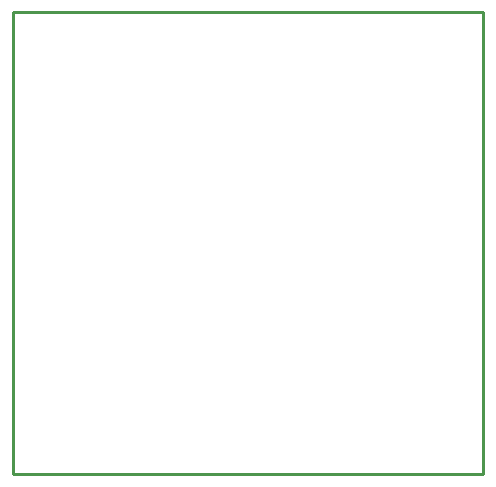
<source format=gko>
%FSLAX24Y24*%
%MOIN*%
G70*
G01*
G75*
G04 Layer_Color=32896*
%ADD10C,0.0150*%
%ADD11C,0.0200*%
%ADD12C,0.0120*%
%ADD13R,0.0394X0.0394*%
%ADD14R,0.0472X0.0768*%
%ADD15R,0.0374X0.0394*%
%ADD16R,0.0394X0.0394*%
%ADD17R,0.0512X0.0276*%
G04:AMPARAMS|DCode=18|XSize=94.5mil|YSize=59.1mil|CornerRadius=14.8mil|HoleSize=0mil|Usage=FLASHONLY|Rotation=0.000|XOffset=0mil|YOffset=0mil|HoleType=Round|Shape=RoundedRectangle|*
%AMROUNDEDRECTD18*
21,1,0.0945,0.0295,0,0,0.0*
21,1,0.0650,0.0591,0,0,0.0*
1,1,0.0295,0.0325,-0.0148*
1,1,0.0295,-0.0325,-0.0148*
1,1,0.0295,-0.0325,0.0148*
1,1,0.0295,0.0325,0.0148*
%
%ADD18ROUNDEDRECTD18*%
%ADD19R,0.0433X0.0236*%
%ADD20R,0.0394X0.0374*%
%ADD21R,0.0551X0.0197*%
%ADD22R,0.1496X0.0984*%
G04:AMPARAMS|DCode=23|XSize=83mil|YSize=55mil|CornerRadius=13.8mil|HoleSize=0mil|Usage=FLASHONLY|Rotation=180.000|XOffset=0mil|YOffset=0mil|HoleType=Round|Shape=RoundedRectangle|*
%AMROUNDEDRECTD23*
21,1,0.0830,0.0275,0,0,180.0*
21,1,0.0555,0.0550,0,0,180.0*
1,1,0.0275,-0.0278,0.0138*
1,1,0.0275,0.0278,0.0138*
1,1,0.0275,0.0278,-0.0138*
1,1,0.0275,-0.0278,-0.0138*
%
%ADD23ROUNDEDRECTD23*%
%ADD24O,0.0551X0.0177*%
%ADD25O,0.0807X0.0236*%
%ADD26O,0.0236X0.0807*%
%ADD27O,0.0866X0.0236*%
%ADD28R,0.0591X0.0591*%
%ADD29C,0.0591*%
%ADD30R,0.0591X0.0591*%
%ADD31C,0.0500*%
%ADD32R,0.0591X0.0315*%
%ADD33R,0.0787X0.0571*%
%ADD34R,0.1378X0.0394*%
%ADD35R,0.1339X0.0591*%
%ADD36R,0.0472X0.1260*%
%ADD37R,0.0472X0.0866*%
%ADD38C,0.0039*%
%ADD39C,0.0098*%
%ADD40C,0.0100*%
%ADD41C,0.0236*%
%ADD42C,0.0079*%
%ADD43C,0.0010*%
%ADD44R,0.0474X0.0474*%
%ADD45R,0.0552X0.0848*%
%ADD46R,0.0454X0.0474*%
%ADD47R,0.0474X0.0474*%
%ADD48R,0.0592X0.0356*%
G04:AMPARAMS|DCode=49|XSize=102.5mil|YSize=67.1mil|CornerRadius=18.8mil|HoleSize=0mil|Usage=FLASHONLY|Rotation=0.000|XOffset=0mil|YOffset=0mil|HoleType=Round|Shape=RoundedRectangle|*
%AMROUNDEDRECTD49*
21,1,0.1025,0.0295,0,0,0.0*
21,1,0.0650,0.0671,0,0,0.0*
1,1,0.0375,0.0325,-0.0148*
1,1,0.0375,-0.0325,-0.0148*
1,1,0.0375,-0.0325,0.0148*
1,1,0.0375,0.0325,0.0148*
%
%ADD49ROUNDEDRECTD49*%
%ADD50R,0.0513X0.0316*%
%ADD51R,0.0474X0.0454*%
%ADD52R,0.0631X0.0277*%
%ADD53R,0.1576X0.1064*%
G04:AMPARAMS|DCode=54|XSize=91mil|YSize=63mil|CornerRadius=17.8mil|HoleSize=0mil|Usage=FLASHONLY|Rotation=180.000|XOffset=0mil|YOffset=0mil|HoleType=Round|Shape=RoundedRectangle|*
%AMROUNDEDRECTD54*
21,1,0.0910,0.0275,0,0,180.0*
21,1,0.0555,0.0630,0,0,180.0*
1,1,0.0355,-0.0278,0.0138*
1,1,0.0355,0.0278,0.0138*
1,1,0.0355,0.0278,-0.0138*
1,1,0.0355,-0.0278,-0.0138*
%
%ADD54ROUNDEDRECTD54*%
%ADD55O,0.0631X0.0257*%
%ADD56O,0.0887X0.0316*%
%ADD57O,0.0316X0.0887*%
%ADD58O,0.0946X0.0316*%
%ADD59R,0.0671X0.0671*%
%ADD60C,0.0671*%
%ADD61R,0.0671X0.0671*%
%ADD62R,0.0671X0.0395*%
%ADD63R,0.0867X0.0651*%
%ADD64R,0.1458X0.0474*%
%ADD65R,0.1419X0.0671*%
%ADD66R,0.0552X0.1340*%
%ADD67R,0.0552X0.0946*%
D40*
X20Y15420D02*
X15670D01*
Y40D02*
Y15420D01*
X20Y40D02*
Y15420D01*
Y40D02*
X15670D01*
M02*

</source>
